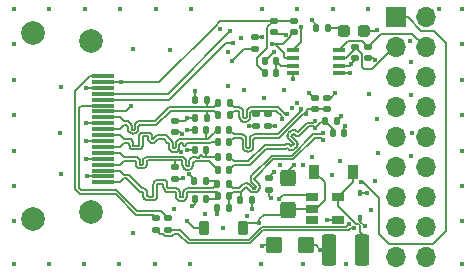
<source format=gbr>
G04 #@! TF.GenerationSoftware,KiCad,Pcbnew,7.0.6+dfsg-1*
G04 #@! TF.CreationDate,2023-08-23T13:02:17+02:00*
G04 #@! TF.ProjectId,GPDI_ULX3S,47504449-5f55-44c5-9833-532e6b696361,1.6*
G04 #@! TF.SameCoordinates,Original*
G04 #@! TF.FileFunction,Copper,L1,Top*
G04 #@! TF.FilePolarity,Positive*
%FSLAX46Y46*%
G04 Gerber Fmt 4.6, Leading zero omitted, Abs format (unit mm)*
G04 Created by KiCad (PCBNEW 7.0.6+dfsg-1) date 2023-08-23 13:02:17*
%MOMM*%
%LPD*%
G01*
G04 APERTURE LIST*
G04 Aperture macros list*
%AMRoundRect*
0 Rectangle with rounded corners*
0 $1 Rounding radius*
0 $2 $3 $4 $5 $6 $7 $8 $9 X,Y pos of 4 corners*
0 Add a 4 corners polygon primitive as box body*
4,1,4,$2,$3,$4,$5,$6,$7,$8,$9,$2,$3,0*
0 Add four circle primitives for the rounded corners*
1,1,$1+$1,$2,$3*
1,1,$1+$1,$4,$5*
1,1,$1+$1,$6,$7*
1,1,$1+$1,$8,$9*
0 Add four rect primitives between the rounded corners*
20,1,$1+$1,$2,$3,$4,$5,0*
20,1,$1+$1,$4,$5,$6,$7,0*
20,1,$1+$1,$6,$7,$8,$9,0*
20,1,$1+$1,$8,$9,$2,$3,0*%
G04 Aperture macros list end*
G04 #@! TA.AperFunction,SMDPad,CuDef*
%ADD10R,1.100000X0.450000*%
G04 #@! TD*
G04 #@! TA.AperFunction,SMDPad,CuDef*
%ADD11RoundRect,0.225000X-0.225000X-0.375000X0.225000X-0.375000X0.225000X0.375000X-0.225000X0.375000X0*%
G04 #@! TD*
G04 #@! TA.AperFunction,SMDPad,CuDef*
%ADD12RoundRect,0.249999X0.450001X0.425001X-0.450001X0.425001X-0.450001X-0.425001X0.450001X-0.425001X0*%
G04 #@! TD*
G04 #@! TA.AperFunction,SMDPad,CuDef*
%ADD13RoundRect,0.249999X0.425001X-0.450001X0.425001X0.450001X-0.425001X0.450001X-0.425001X-0.450001X0*%
G04 #@! TD*
G04 #@! TA.AperFunction,SMDPad,CuDef*
%ADD14R,0.900000X1.200000*%
G04 #@! TD*
G04 #@! TA.AperFunction,ComponentPad*
%ADD15R,1.700000X1.700000*%
G04 #@! TD*
G04 #@! TA.AperFunction,ComponentPad*
%ADD16O,1.700000X1.700000*%
G04 #@! TD*
G04 #@! TA.AperFunction,SMDPad,CuDef*
%ADD17RoundRect,0.147500X0.147500X0.172500X-0.147500X0.172500X-0.147500X-0.172500X0.147500X-0.172500X0*%
G04 #@! TD*
G04 #@! TA.AperFunction,SMDPad,CuDef*
%ADD18RoundRect,0.147500X0.172500X-0.147500X0.172500X0.147500X-0.172500X0.147500X-0.172500X-0.147500X0*%
G04 #@! TD*
G04 #@! TA.AperFunction,SMDPad,CuDef*
%ADD19R,0.450000X0.600000*%
G04 #@! TD*
G04 #@! TA.AperFunction,SMDPad,CuDef*
%ADD20RoundRect,0.250000X-0.375000X-1.075000X0.375000X-1.075000X0.375000X1.075000X-0.375000X1.075000X0*%
G04 #@! TD*
G04 #@! TA.AperFunction,SMDPad,CuDef*
%ADD21RoundRect,0.147500X-0.172500X0.147500X-0.172500X-0.147500X0.172500X-0.147500X0.172500X0.147500X0*%
G04 #@! TD*
G04 #@! TA.AperFunction,SMDPad,CuDef*
%ADD22RoundRect,0.147500X-0.147500X-0.172500X0.147500X-0.172500X0.147500X0.172500X-0.147500X0.172500X0*%
G04 #@! TD*
G04 #@! TA.AperFunction,SMDPad,CuDef*
%ADD23R,1.060000X0.650000*%
G04 #@! TD*
G04 #@! TA.AperFunction,SMDPad,CuDef*
%ADD24RoundRect,0.237500X-0.287500X-0.237500X0.287500X-0.237500X0.287500X0.237500X-0.287500X0.237500X0*%
G04 #@! TD*
G04 #@! TA.AperFunction,ComponentPad*
%ADD25C,2.000000*%
G04 #@! TD*
G04 #@! TA.AperFunction,SMDPad,CuDef*
%ADD26R,1.900000X0.300000*%
G04 #@! TD*
G04 #@! TA.AperFunction,ViaPad*
%ADD27C,0.400000*%
G04 #@! TD*
G04 #@! TA.AperFunction,Conductor*
%ADD28C,0.127000*%
G04 #@! TD*
G04 #@! TA.AperFunction,Conductor*
%ADD29C,0.200000*%
G04 #@! TD*
G04 #@! TA.AperFunction,Conductor*
%ADD30C,0.150000*%
G04 #@! TD*
G04 APERTURE END LIST*
D10*
X135042460Y-72040180D03*
X135042460Y-71390180D03*
X135042460Y-70740180D03*
X135042460Y-70090180D03*
X138942460Y-70090180D03*
X138942460Y-70740180D03*
X138942460Y-71390180D03*
X138942460Y-72040180D03*
D11*
X130812460Y-85145180D03*
X127512460Y-85145180D03*
D12*
X136119960Y-86595180D03*
X133419960Y-86595180D03*
D13*
X134622460Y-83595180D03*
X134622460Y-80895180D03*
D14*
X136875000Y-80375000D03*
X140175000Y-80375000D03*
D15*
X143764000Y-67310000D03*
D16*
X146304000Y-67310000D03*
X143764000Y-69850000D03*
X146304000Y-69850000D03*
X143764000Y-72390000D03*
X146304000Y-72390000D03*
X143764000Y-74930000D03*
X146304000Y-74930000D03*
X143764000Y-77470000D03*
X146304000Y-77470000D03*
X143764000Y-80010000D03*
X146304000Y-80010000D03*
X143764000Y-82550000D03*
X146304000Y-82550000D03*
X143764000Y-85090000D03*
X146304000Y-85090000D03*
X143764000Y-87630000D03*
X146304000Y-87630000D03*
D17*
X129640000Y-82445000D03*
X128670000Y-82445000D03*
X129660000Y-80205000D03*
X128690000Y-80205000D03*
X129660000Y-77895000D03*
X128690000Y-77895000D03*
X129700000Y-75605000D03*
X128730000Y-75605000D03*
D18*
X124502460Y-85300180D03*
X124502460Y-84330180D03*
D17*
X129635000Y-81395000D03*
X128665000Y-81395000D03*
X129655000Y-79125000D03*
X128685000Y-79125000D03*
X129646000Y-76815000D03*
X128676000Y-76815000D03*
X129695000Y-74535000D03*
X128725000Y-74535000D03*
X133627460Y-70985180D03*
X132657460Y-70985180D03*
D19*
X140750000Y-82200000D03*
X140750000Y-84300000D03*
D20*
X138100000Y-87000000D03*
X140900000Y-87000000D03*
D18*
X131825000Y-68990000D03*
X131825000Y-69960000D03*
D17*
X138010000Y-68175000D03*
X137040000Y-68175000D03*
D18*
X141425000Y-70760000D03*
X141425000Y-69790000D03*
X140325000Y-70760000D03*
X140325000Y-69790000D03*
D21*
X135125000Y-67590000D03*
X135125000Y-68560000D03*
D22*
X126727460Y-82695180D03*
X127697460Y-82695180D03*
D21*
X136925760Y-74102200D03*
X136925760Y-75072200D03*
D18*
X137964620Y-75079820D03*
X137964620Y-74109820D03*
D17*
X139376720Y-77106880D03*
X138406720Y-77106880D03*
D22*
X137784420Y-76093420D03*
X138754420Y-76093420D03*
X126760000Y-78505000D03*
X127730000Y-78505000D03*
D21*
X132925260Y-75511900D03*
X132925260Y-76481900D03*
D18*
X133012460Y-81900180D03*
X133012460Y-80930180D03*
D23*
X138850000Y-82550000D03*
X138850000Y-84450000D03*
X136650000Y-84450000D03*
X136650000Y-83500000D03*
X136650000Y-82550000D03*
D22*
X126770000Y-74265000D03*
X127740000Y-74265000D03*
X126770000Y-75855000D03*
X127740000Y-75855000D03*
D18*
X125105000Y-80950000D03*
X125105000Y-79980000D03*
D22*
X126710000Y-81145000D03*
X127680000Y-81145000D03*
X132657460Y-72005180D03*
X133627460Y-72005180D03*
D17*
X131567460Y-82785180D03*
X130597460Y-82785180D03*
X129627460Y-83455180D03*
X128657460Y-83455180D03*
D18*
X131921960Y-76474280D03*
X131921960Y-75504280D03*
D21*
X133425000Y-67590000D03*
X133425000Y-68560000D03*
X123502460Y-84330180D03*
X123502460Y-85300180D03*
D24*
X139350000Y-68475000D03*
X141100000Y-68475000D03*
D22*
X126750000Y-76865000D03*
X127720000Y-76865000D03*
D21*
X125094440Y-76078320D03*
X125094440Y-77048320D03*
D25*
X113069740Y-68670140D03*
X117969740Y-69270140D03*
X117969740Y-83770140D03*
X113069740Y-84370140D03*
D26*
X118969740Y-81270140D03*
X118969740Y-80770140D03*
X118969740Y-80270140D03*
X118969740Y-79770140D03*
X118969740Y-79270140D03*
X118969740Y-78770140D03*
X118969740Y-78270140D03*
X118969740Y-77770140D03*
X118969740Y-77270140D03*
X118969740Y-76770140D03*
X118969740Y-76270140D03*
X118969740Y-75770140D03*
X118969740Y-75270140D03*
X118969740Y-74770140D03*
X118969740Y-74270140D03*
X118969740Y-73770140D03*
X118969740Y-73270140D03*
X118969740Y-72770140D03*
X118969740Y-72270140D03*
D27*
X135052460Y-72525180D03*
X139902460Y-71985180D03*
X115392460Y-80555180D03*
X115362460Y-77085180D03*
X115392460Y-73205180D03*
X141622460Y-83605180D03*
X142022460Y-81135180D03*
X138402460Y-80675180D03*
X124652460Y-70035180D03*
X121522460Y-69955180D03*
X121502460Y-85535180D03*
X124952460Y-83505180D03*
X127582460Y-83985180D03*
X129112460Y-85165180D03*
X131175960Y-84135180D03*
X136642460Y-79115180D03*
X139032460Y-79505180D03*
X142262460Y-78825180D03*
X142142460Y-75925180D03*
X141532460Y-73755180D03*
X129582460Y-73125180D03*
X129532460Y-70275180D03*
X130672460Y-69025180D03*
X128842460Y-68255180D03*
X149342460Y-84585180D03*
X149342460Y-81585180D03*
X149342460Y-75585180D03*
X149342460Y-78585180D03*
X149342460Y-72585180D03*
X149342460Y-69585180D03*
X111412460Y-88205180D03*
X111422460Y-84585180D03*
X111422460Y-81585180D03*
X111422460Y-78585180D03*
X111422460Y-75585180D03*
X111422460Y-72585180D03*
X111422460Y-69585180D03*
X149382460Y-88145180D03*
X139532460Y-88185180D03*
X135872460Y-88185180D03*
X132362460Y-88205180D03*
X126362460Y-88205180D03*
X123362460Y-88205180D03*
X120362460Y-88205180D03*
X117362460Y-88205180D03*
X114362460Y-88205180D03*
X149372460Y-66585180D03*
X147422460Y-66585180D03*
X141422460Y-66585180D03*
X138422460Y-66585180D03*
X135422460Y-66585180D03*
X132422460Y-66585180D03*
X126422460Y-66585180D03*
X123422460Y-66585180D03*
X120422460Y-66585180D03*
X117422460Y-66585180D03*
X114422460Y-66585180D03*
X111422460Y-66585180D03*
X144982460Y-69315180D03*
X145022460Y-71085180D03*
X145072460Y-73875180D03*
X145082460Y-79055180D03*
X145102460Y-77075180D03*
X135412460Y-74545180D03*
X134942460Y-74995180D03*
X131602460Y-83495180D03*
X126508960Y-83305180D03*
X126082460Y-84585180D03*
X120522460Y-72770140D03*
X128642460Y-83995180D03*
X132412460Y-86655180D03*
X132212460Y-84675000D03*
X135103240Y-79802960D03*
X135883020Y-79828360D03*
X133452460Y-80405180D03*
X133942460Y-79785180D03*
X130913580Y-73444200D03*
X132569660Y-74119840D03*
X134281620Y-73416260D03*
X117563340Y-73258780D03*
X138652460Y-73705180D03*
X137974780Y-84437320D03*
X139112460Y-75635180D03*
X117578580Y-80767020D03*
X136652460Y-67555180D03*
X117560800Y-76263600D03*
X117568420Y-79263340D03*
X117563340Y-77749500D03*
X141134523Y-84984523D03*
X133565340Y-76482040D03*
X133440000Y-70204818D03*
X136442460Y-73685180D03*
X126095000Y-78535000D03*
X126105000Y-76865000D03*
X131353140Y-76474280D03*
X126786563Y-73556563D03*
X137356020Y-86975009D03*
X139427700Y-76540420D03*
X125775000Y-80935000D03*
X126105000Y-75855000D03*
X126268918Y-80578515D03*
X139965840Y-71291550D03*
X141973438Y-70936158D03*
X137625000Y-77671000D03*
X136925000Y-76671000D03*
X136134304Y-75484304D03*
X134115696Y-75884304D03*
X139788340Y-84772600D03*
X137625000Y-77079000D03*
X136925000Y-76079000D03*
X135715696Y-75065696D03*
X134534304Y-75465696D03*
X140189167Y-85135249D03*
X141325000Y-82175000D03*
X140845000Y-81284490D03*
X142152460Y-68415180D03*
X133907610Y-82646842D03*
X133162460Y-82595180D03*
X130002460Y-69465180D03*
X133304500Y-69545180D03*
X134432460Y-68765180D03*
X135775140Y-68125440D03*
X129742460Y-68475180D03*
X132411890Y-68965272D03*
X125579580Y-78671520D03*
X125645620Y-77162760D03*
X129872460Y-71015180D03*
X121347940Y-74815800D03*
D28*
X137040000Y-68175000D02*
X137040000Y-67942720D01*
X137040000Y-67942720D02*
X136652460Y-67555180D01*
D29*
X132027460Y-70720180D02*
X132027460Y-71375180D01*
X132027460Y-71375180D02*
X132657460Y-72005180D01*
D30*
X133627460Y-72005180D02*
X133627460Y-70985180D01*
D29*
X132878000Y-68137000D02*
X132878000Y-69869640D01*
X133425000Y-67590000D02*
X132878000Y-68137000D01*
X132878000Y-69869640D02*
X132027460Y-70720180D01*
D30*
X135042460Y-72515180D02*
X135052460Y-72525180D01*
X135042460Y-72040180D02*
X135042460Y-72515180D01*
X138942460Y-70090180D02*
X139739640Y-69293000D01*
X139739640Y-69293000D02*
X140928000Y-69293000D01*
X140928000Y-69293000D02*
X141425000Y-69790000D01*
X138942460Y-70740180D02*
X139530552Y-70740180D01*
X139530552Y-70740180D02*
X140325000Y-69945732D01*
X140325000Y-69945732D02*
X140325000Y-69790000D01*
X138942460Y-71390180D02*
X139867210Y-71390180D01*
X139867210Y-71390180D02*
X139965840Y-71291550D01*
X139847460Y-72040180D02*
X139902460Y-71985180D01*
X138942460Y-72040180D02*
X139847460Y-72040180D01*
D28*
X133627460Y-70985180D02*
X134032460Y-71390180D01*
X134032460Y-71390180D02*
X135042460Y-71390180D01*
D30*
X135042460Y-70090180D02*
X135775140Y-69357500D01*
X135775140Y-69357500D02*
X135775140Y-68125440D01*
D28*
X133304500Y-69545180D02*
X133552460Y-69545180D01*
X133552460Y-69545180D02*
X134301960Y-70294680D01*
X134301960Y-70294680D02*
X134301960Y-70676680D01*
X134301960Y-70676680D02*
X134365460Y-70740180D01*
X134365460Y-70740180D02*
X135042460Y-70740180D01*
X135125000Y-68560000D02*
X134822960Y-68862040D01*
X134822960Y-68862040D02*
X134822960Y-68926931D01*
X134822960Y-68926931D02*
X134204711Y-69545180D01*
X134204711Y-69545180D02*
X133304500Y-69545180D01*
X133437822Y-70204818D02*
X133440000Y-70204818D01*
X132657460Y-70985180D02*
X133437822Y-70204818D01*
X123502460Y-85300180D02*
X123821460Y-85619180D01*
X131411670Y-86445180D02*
X132531670Y-85325180D01*
X123821460Y-85619180D02*
X124023456Y-85619180D01*
X124023456Y-85619180D02*
X124189956Y-85785680D01*
X139977942Y-85135249D02*
X140189167Y-85135249D01*
X124189956Y-85785680D02*
X124814964Y-85785680D01*
X124814964Y-85785680D02*
X124981464Y-85619180D01*
X132531670Y-85325180D02*
X139788011Y-85325180D01*
X124981464Y-85619180D02*
X125350892Y-85619180D01*
X125350892Y-85619180D02*
X126176892Y-86445180D01*
X126176892Y-86445180D02*
X131411670Y-86445180D01*
X139788011Y-85325180D02*
X139977942Y-85135249D01*
X124502460Y-85300180D02*
X125483028Y-85300180D01*
X125483028Y-85300180D02*
X126338028Y-86155180D01*
X131342460Y-86155180D02*
X132467160Y-85030480D01*
X126338028Y-86155180D02*
X131342460Y-86155180D01*
X132467160Y-85030480D02*
X139530460Y-85030480D01*
X139530460Y-85030480D02*
X139788340Y-84772600D01*
D29*
X132212460Y-84675000D02*
X132212460Y-84375180D01*
X132212460Y-84375180D02*
X132572460Y-84015180D01*
X132572460Y-84015180D02*
X134202460Y-84015180D01*
X134202460Y-84015180D02*
X134622460Y-83595180D01*
X133162460Y-82595180D02*
X133012460Y-82445180D01*
X133012460Y-82445180D02*
X133012460Y-81900180D01*
X126508960Y-83305180D02*
X126727460Y-83086680D01*
X126727460Y-83086680D02*
X126727460Y-82695180D01*
D28*
X131353140Y-76474280D02*
X131921960Y-76474280D01*
D29*
X133452460Y-80405180D02*
X133012460Y-80845180D01*
X133012460Y-80845180D02*
X133012460Y-80930180D01*
D28*
X142152460Y-68415180D02*
X142092640Y-68475000D01*
X142092640Y-68475000D02*
X141100000Y-68475000D01*
X134432460Y-68765180D02*
X134412460Y-68745180D01*
X134412460Y-68745180D02*
X133610180Y-68745180D01*
X133610180Y-68745180D02*
X133425000Y-68560000D01*
X143764000Y-69850000D02*
X143611140Y-69850000D01*
X140913560Y-71541502D02*
X140913560Y-71048440D01*
X143611140Y-69850000D02*
X141745960Y-71715180D01*
X141745960Y-71715180D02*
X141087238Y-71715180D01*
X141087238Y-71715180D02*
X140913560Y-71541502D01*
X140913560Y-71048440D02*
X140914490Y-71047510D01*
X140914490Y-71047510D02*
X140914490Y-70379490D01*
X140914490Y-70379490D02*
X140325000Y-69790000D01*
X141425000Y-70760000D02*
X141797280Y-70760000D01*
X141797280Y-70760000D02*
X141973438Y-70936158D01*
X140325000Y-70760000D02*
X140325000Y-70932390D01*
X140325000Y-70932390D02*
X139965840Y-71291550D01*
X136442460Y-73685180D02*
X136859480Y-74102200D01*
X136859480Y-74102200D02*
X136925760Y-74102200D01*
X139427700Y-76540420D02*
X139376720Y-76591400D01*
X139376720Y-76591400D02*
X139376720Y-77106880D01*
X139112460Y-75635180D02*
X139112460Y-75735380D01*
X139112460Y-75735380D02*
X138754420Y-76093420D01*
X138652460Y-73705180D02*
X138247820Y-74109820D01*
X138247820Y-74109820D02*
X137964620Y-74109820D01*
X143764000Y-67310000D02*
X144764058Y-67310000D01*
X144764058Y-67310000D02*
X145889378Y-68435320D01*
X143204640Y-86487100D02*
X142332460Y-85614920D01*
X145889378Y-68435320D02*
X146959827Y-68435320D01*
X141012432Y-81284490D02*
X140845000Y-81284490D01*
X146959827Y-68435320D02*
X147998193Y-69473686D01*
X147998193Y-69473686D02*
X147998193Y-85394747D01*
X147998193Y-85394747D02*
X146905840Y-86487100D01*
X142332460Y-85614920D02*
X142332460Y-82604518D01*
X146905840Y-86487100D02*
X143204640Y-86487100D01*
X142332460Y-82604518D02*
X141012432Y-81284490D01*
X133907610Y-82646842D02*
X134199272Y-82355180D01*
X134199272Y-82355180D02*
X136455180Y-82355180D01*
X136455180Y-82355180D02*
X136650000Y-82550000D01*
D29*
X133425000Y-67590000D02*
X128903770Y-67590000D01*
X128903770Y-67590000D02*
X128415460Y-68078310D01*
X128415460Y-68078310D02*
X128415460Y-68092180D01*
X128415460Y-68092180D02*
X123737500Y-72770140D01*
X123737500Y-72770140D02*
X120522460Y-72770140D01*
D28*
X129872460Y-71015180D02*
X130927640Y-69960000D01*
X130927640Y-69960000D02*
X131825000Y-69960000D01*
X130002460Y-69465180D02*
X129362460Y-69465180D01*
X129362460Y-69465180D02*
X124568640Y-74259000D01*
X124568640Y-74259000D02*
X118980880Y-74259000D01*
X118980880Y-74259000D02*
X118969740Y-74270140D01*
X129742460Y-68475180D02*
X124458640Y-73759000D01*
X124458640Y-73759000D02*
X122517000Y-73759000D01*
X122517000Y-73759000D02*
X122505860Y-73770140D01*
X122505860Y-73770140D02*
X118969740Y-73770140D01*
X126268918Y-80578515D02*
X126710000Y-81019597D01*
X126710000Y-81019597D02*
X126710000Y-81145000D01*
X130643568Y-82082000D02*
X130643568Y-82739072D01*
X130643568Y-82739072D02*
X130597460Y-82785180D01*
D29*
X129627460Y-83455180D02*
X129627460Y-82457540D01*
X129627460Y-82457540D02*
X129640000Y-82445000D01*
X134622460Y-80895180D02*
X134622460Y-80283740D01*
X134622460Y-80283740D02*
X135103240Y-79802960D01*
X131567460Y-83460180D02*
X131602460Y-83495180D01*
X131567460Y-82785180D02*
X131567460Y-83460180D01*
X126642460Y-85145180D02*
X126082460Y-84585180D01*
X127512460Y-85145180D02*
X126642460Y-85145180D01*
X120522460Y-72770140D02*
X118969740Y-72770140D01*
X135125000Y-67590000D02*
X133425000Y-67590000D01*
X128657460Y-83980180D02*
X128642460Y-83995180D01*
X128657460Y-83455180D02*
X128657460Y-83980180D01*
X132472460Y-86595180D02*
X132412460Y-86655180D01*
X133419960Y-86595180D02*
X132472460Y-86595180D01*
X136119960Y-86595180D02*
X136976191Y-86595180D01*
X136976191Y-86595180D02*
X137356020Y-86975009D01*
X131282640Y-84675000D02*
X132212460Y-84675000D01*
X136650000Y-83500000D02*
X137009000Y-83500000D01*
X137009000Y-83500000D02*
X137762460Y-82746540D01*
X137762460Y-82746540D02*
X137762460Y-81262460D01*
X137762460Y-81262460D02*
X136875000Y-80375000D01*
X134622460Y-83595180D02*
X134717640Y-83500000D01*
X134717640Y-83500000D02*
X136650000Y-83500000D01*
X130812460Y-85145180D02*
X131282640Y-84675000D01*
D28*
X117129028Y-81948640D02*
X116904960Y-81724572D01*
X120081000Y-81948640D02*
X117129028Y-81948640D01*
X121835620Y-83703260D02*
X120081000Y-81948640D01*
X116904960Y-81724572D02*
X116904960Y-74958040D01*
X123875540Y-83703260D02*
X121835620Y-83703260D01*
X124502460Y-84330180D02*
X123875540Y-83703260D01*
X116904960Y-74958040D02*
X117092860Y-74770140D01*
X117092860Y-74770140D02*
X118969740Y-74770140D01*
X116996892Y-82267640D02*
X116585960Y-81856708D01*
X123502460Y-84330180D02*
X123167640Y-83995360D01*
X123167640Y-83995360D02*
X121768496Y-83995360D01*
X121768496Y-83995360D02*
X120040776Y-82267640D01*
X116585960Y-81856708D02*
X116585960Y-74993572D01*
X120040776Y-82267640D02*
X116996892Y-82267640D01*
X127697460Y-82695180D02*
X128419820Y-82695180D01*
X128419820Y-82695180D02*
X128670000Y-82445000D01*
X133565200Y-76481900D02*
X133565340Y-76482040D01*
D29*
X117575220Y-79270140D02*
X117568420Y-79263340D01*
X118969740Y-79270140D02*
X117575220Y-79270140D01*
X118969740Y-80770140D02*
X117581700Y-80770140D01*
D28*
X138850000Y-84450000D02*
X137987460Y-84450000D01*
D29*
X117567340Y-76270140D02*
X117560800Y-76263600D01*
X118969740Y-73270140D02*
X117574700Y-73270140D01*
D28*
X137987460Y-84450000D02*
X137974780Y-84437320D01*
D29*
X117583980Y-77770140D02*
X117563340Y-77749500D01*
D28*
X140750000Y-84300000D02*
X140750000Y-84600000D01*
D29*
X118969740Y-76270140D02*
X117567340Y-76270140D01*
D28*
X140750000Y-84600000D02*
X141134523Y-84984523D01*
X132925260Y-76481900D02*
X133565200Y-76481900D01*
D29*
X117574700Y-73270140D02*
X117563340Y-73258780D01*
X118969740Y-77770140D02*
X117583980Y-77770140D01*
X117581700Y-80770140D02*
X117578580Y-80767020D01*
D28*
X126770000Y-75855000D02*
X126105000Y-75855000D01*
X138100000Y-87000000D02*
X137381011Y-87000000D01*
X125094440Y-76078320D02*
X125881680Y-76078320D01*
X126770000Y-74265000D02*
X126770000Y-73573126D01*
X125760000Y-80950000D02*
X125775000Y-80935000D01*
X126750000Y-76865000D02*
X126105000Y-76865000D01*
X125105000Y-80950000D02*
X125760000Y-80950000D01*
X137381011Y-87000000D02*
X137356020Y-86975009D01*
X125881680Y-76078320D02*
X126105000Y-75855000D01*
X126770000Y-73573126D02*
X126786563Y-73556563D01*
X126760000Y-78505000D02*
X126125000Y-78505000D01*
X126125000Y-78505000D02*
X126095000Y-78535000D01*
X131618380Y-82109048D02*
X131712899Y-82130621D01*
X131712899Y-82130621D02*
X131809848Y-82130621D01*
X132229149Y-81614370D02*
X132207575Y-81519851D01*
X131991716Y-82066983D02*
X132067514Y-82006536D01*
X131904367Y-82109048D02*
X131991716Y-82066983D01*
X129640000Y-82445000D02*
X130003000Y-82082000D01*
X131040727Y-81704516D02*
X131071401Y-81697515D01*
X131455233Y-82006536D02*
X131531031Y-82066983D01*
X131803043Y-81035006D02*
X131796042Y-81004332D01*
X135091068Y-79334500D02*
X136891068Y-77534500D01*
X131836311Y-80889255D02*
X133391068Y-79334500D01*
X131809848Y-82130621D02*
X131904367Y-82109048D01*
X131531031Y-82066983D02*
X131618380Y-82109048D01*
X132105063Y-81968986D02*
X132165510Y-81893187D01*
X136891068Y-77534500D02*
X137488500Y-77534500D01*
X130643568Y-82082000D02*
X130987783Y-81737783D01*
X132086289Y-81337929D02*
X131836310Y-81087950D01*
X131836310Y-81087950D02*
X131816694Y-81063352D01*
X132207575Y-81805839D02*
X132229149Y-81711320D01*
X132165510Y-81893187D02*
X132207575Y-81805839D01*
X131071401Y-81697515D02*
X131102863Y-81697515D01*
X131796042Y-81004332D02*
X131796042Y-80972870D01*
X131796042Y-80972870D02*
X131803043Y-80942197D01*
X131816694Y-80913851D02*
X131836310Y-80889253D01*
X130003000Y-82082000D02*
X130643568Y-82082000D01*
X132067514Y-82006536D02*
X132105063Y-81968986D01*
X132229149Y-81711320D02*
X132229149Y-81614370D01*
X131012381Y-81718167D02*
X131040727Y-81704516D01*
X131133536Y-81704516D02*
X131161882Y-81718167D01*
X131161882Y-81718167D02*
X131186480Y-81737783D01*
X130987783Y-81737783D02*
X131012381Y-81718167D01*
X131816694Y-81063352D02*
X131803043Y-81035006D01*
X132207575Y-81519851D02*
X132165510Y-81432502D01*
X132105063Y-81356704D02*
X132086289Y-81337929D01*
X132165510Y-81432502D02*
X132105063Y-81356704D01*
X131102863Y-81697515D02*
X131133536Y-81704516D01*
X131836310Y-80889253D02*
X131836311Y-80889255D01*
X133391068Y-79334500D02*
X135091068Y-79334500D01*
X131186480Y-81737783D02*
X131455233Y-82006536D01*
X131803043Y-80942197D02*
X131816694Y-80913851D01*
X137488500Y-77534500D02*
X137625000Y-77671000D01*
X135543956Y-77339601D02*
X135604477Y-77310455D01*
X135347114Y-77804019D02*
X135121993Y-77578898D01*
X134710291Y-78466859D02*
X134762809Y-78508741D01*
X131398568Y-79827000D02*
X132791068Y-78434500D01*
X135021477Y-78537885D02*
X135081997Y-78508741D01*
X136391068Y-76534500D02*
X136788500Y-76534500D01*
X135478469Y-77354547D02*
X135543956Y-77339601D01*
X130038000Y-79827000D02*
X131398568Y-79827000D01*
X135121993Y-77578898D02*
X135132506Y-77567495D01*
X135132506Y-77567495D02*
X134907386Y-77342375D01*
X134584499Y-78341067D02*
X134710291Y-78466859D01*
X135431148Y-77930065D02*
X135402003Y-77869545D01*
X135411297Y-77354547D02*
X135478469Y-77354547D01*
X135360122Y-78241250D02*
X135402003Y-78188733D01*
X135081997Y-78508741D02*
X135134514Y-78466859D01*
X135345808Y-77339601D02*
X135411297Y-77354547D01*
X135402003Y-77869545D02*
X135360122Y-77817028D01*
X135232770Y-77268575D02*
X135285289Y-77310455D01*
X134762809Y-78508741D02*
X134823329Y-78537885D01*
X135402003Y-78188733D02*
X135431148Y-78128213D01*
X135604477Y-77310455D02*
X135656994Y-77268574D01*
X136925000Y-76671000D02*
X137408360Y-76187640D01*
X129660000Y-80205000D02*
X130038000Y-79827000D01*
X134888817Y-78552833D02*
X134955989Y-78552833D01*
X135360122Y-77817028D02*
X135347114Y-77804019D01*
X137690200Y-76187640D02*
X137784420Y-76093420D01*
X132791068Y-78434500D02*
X134491068Y-78434500D01*
X134955989Y-78552833D02*
X135021477Y-78537885D01*
X135285289Y-77310455D02*
X135345808Y-77339601D01*
X134907386Y-77342375D02*
X135106978Y-77142783D01*
X135446095Y-78062725D02*
X135446095Y-77995553D01*
X137408360Y-76187640D02*
X137690200Y-76187640D01*
X138406720Y-76715720D02*
X137784420Y-76093420D01*
X135446095Y-77995553D02*
X135431148Y-77930065D01*
X138406720Y-77106880D02*
X138406720Y-76715720D01*
X134491068Y-78434500D02*
X134584499Y-78341067D01*
X135431148Y-78128213D02*
X135446095Y-78062725D01*
X136788500Y-76534500D02*
X136925000Y-76671000D01*
X135134514Y-78466859D02*
X135360122Y-78241250D01*
X135656994Y-77268574D02*
X136391068Y-76534500D01*
X135106978Y-77142783D02*
X135232770Y-77268575D01*
X134823329Y-78537885D02*
X134888817Y-78552833D01*
X131712000Y-77662000D02*
X131715522Y-77630735D01*
X131701145Y-78330774D02*
X131712000Y-78234434D01*
X130762347Y-77574399D02*
X130779086Y-77601039D01*
X129660000Y-77895000D02*
X130033500Y-77521500D01*
X131129608Y-78656528D02*
X131225948Y-78667383D01*
X135941264Y-75484304D02*
X136134304Y-75484304D01*
X131715522Y-77630735D02*
X131725913Y-77601039D01*
X131764899Y-77552152D02*
X131791539Y-77535413D01*
X136134304Y-75297376D02*
X136359480Y-75072200D01*
X131725913Y-77601039D02*
X131742652Y-77574399D01*
X131225948Y-78667383D02*
X131279051Y-78667383D01*
X130652500Y-77521500D02*
X130683764Y-77525022D01*
X130793000Y-77662000D02*
X130793000Y-78234434D01*
X131669124Y-78422283D02*
X131701145Y-78330774D01*
X136925760Y-75072200D02*
X137957000Y-75072200D01*
X130956009Y-78572927D02*
X131038099Y-78624507D01*
X131466900Y-78624507D02*
X131548990Y-78572927D01*
X136359480Y-75072200D02*
X136925760Y-75072200D01*
X131742652Y-77574399D02*
X131764899Y-77552152D01*
X130713460Y-77535413D02*
X130740100Y-77552152D01*
X130683764Y-77525022D02*
X130713460Y-77535413D01*
X136134304Y-75484304D02*
X136134304Y-75297376D01*
X130779086Y-77601039D02*
X130789477Y-77630735D01*
X131375391Y-78656528D02*
X131466900Y-78624507D01*
X131712000Y-78234434D02*
X131712000Y-77662000D01*
X131548990Y-78572927D02*
X131617544Y-78504373D01*
X130793000Y-78234434D02*
X130803854Y-78330774D01*
X130887455Y-78504373D02*
X130956009Y-78572927D01*
X131617544Y-78504373D02*
X131669124Y-78422283D01*
X131791539Y-77535413D02*
X131821235Y-77525022D01*
X131279051Y-78667383D02*
X131375391Y-78656528D01*
X131821235Y-77525022D02*
X131852500Y-77521500D01*
X130033500Y-77521500D02*
X130652500Y-77521500D01*
X137957000Y-75072200D02*
X137964620Y-75079820D01*
X130803854Y-78330774D02*
X130835875Y-78422283D01*
X130835875Y-78422283D02*
X130887455Y-78504373D01*
X130740100Y-77552152D02*
X130762347Y-77574399D01*
X131038099Y-78624507D02*
X131129608Y-78656528D01*
X131852500Y-77521500D02*
X133904068Y-77521500D01*
X133904068Y-77521500D02*
X135941264Y-75484304D01*
X130789477Y-77630735D02*
X130793000Y-77662000D01*
X131109891Y-76128159D02*
X131201400Y-76096138D01*
X131450022Y-75341235D02*
X131460413Y-75311539D01*
X131352044Y-75976004D02*
X131403624Y-75893914D01*
X130447960Y-75245913D02*
X130474600Y-75262652D01*
X131446500Y-75372500D02*
X131450022Y-75341235D01*
X130523977Y-75341235D02*
X130527500Y-75372500D01*
X131921960Y-75504280D02*
X131921960Y-75255220D01*
X131201400Y-76096138D02*
X131283490Y-76044558D01*
X131555735Y-75235522D02*
X131587000Y-75232000D01*
X129700000Y-75605000D02*
X130073000Y-75232000D01*
X130418264Y-75235522D02*
X130447960Y-75245913D01*
X131477152Y-75284899D02*
X131499399Y-75262652D01*
X131403624Y-75893914D02*
X131435645Y-75802405D01*
X131945180Y-75232000D02*
X132925620Y-75232000D01*
X130960448Y-76139014D02*
X131013551Y-76139014D01*
X130621955Y-75976004D02*
X130690509Y-76044558D01*
X131446500Y-75706065D02*
X131446500Y-75372500D01*
X131526039Y-75245913D02*
X131555735Y-75235522D01*
X132925260Y-75511900D02*
X132925260Y-75232360D01*
X131587000Y-75232000D02*
X131945180Y-75232000D01*
X131283490Y-76044558D02*
X131352044Y-75976004D01*
X130513586Y-75311539D02*
X130523977Y-75341235D01*
X130570375Y-75893914D02*
X130621955Y-75976004D01*
X132925260Y-75232360D02*
X132925620Y-75232000D01*
X130690509Y-76044558D02*
X130772599Y-76096138D01*
X131013551Y-76139014D02*
X131109891Y-76128159D01*
X130527500Y-75706065D02*
X130538354Y-75802405D01*
X130073000Y-75232000D02*
X130387000Y-75232000D01*
X130474600Y-75262652D02*
X130496847Y-75284899D01*
X130496847Y-75284899D02*
X130513586Y-75311539D01*
X131921960Y-75255220D02*
X131945180Y-75232000D01*
X130387000Y-75232000D02*
X130418264Y-75235522D01*
X131435645Y-75802405D02*
X131446500Y-75706065D01*
X130527500Y-75372500D02*
X130527500Y-75706065D01*
X130538354Y-75802405D02*
X130570375Y-75893914D01*
X130772599Y-76096138D02*
X130864108Y-76128159D01*
X132925620Y-75232000D02*
X133656432Y-75232000D01*
X131460413Y-75311539D02*
X131477152Y-75284899D01*
X133656432Y-75232000D02*
X134115696Y-75691264D01*
X131499399Y-75262652D02*
X131526039Y-75245913D01*
X134115696Y-75691264D02*
X134115696Y-75884304D01*
X130864108Y-76128159D02*
X130960448Y-76139014D01*
X131714969Y-81795461D02*
X131745643Y-81802462D01*
X131230125Y-81390929D02*
X131317474Y-81432994D01*
X131317474Y-81432994D02*
X131393272Y-81493441D01*
X131777105Y-81802462D02*
X131807778Y-81795461D01*
X134958932Y-79015500D02*
X136758932Y-77215500D01*
X130856789Y-81432994D02*
X130944138Y-81390929D01*
X131531521Y-81218944D02*
X131489456Y-81131595D01*
X131135606Y-81369356D02*
X131230125Y-81390929D01*
X131880338Y-81588094D02*
X131860722Y-81563496D01*
X137488500Y-77215500D02*
X137625000Y-77079000D01*
X131662025Y-81762194D02*
X131686623Y-81781810D01*
X136758932Y-77215500D02*
X137488500Y-77215500D01*
X131900990Y-81647114D02*
X131893989Y-81616441D01*
X131467883Y-80940127D02*
X131489456Y-80845608D01*
X131893989Y-81616441D02*
X131880338Y-81588094D01*
X131591968Y-80682461D02*
X131610743Y-80663686D01*
X131686623Y-81781810D02*
X131714969Y-81795461D01*
X131610743Y-80663686D02*
X131610744Y-80663688D01*
X131393272Y-81493441D02*
X131662025Y-81762194D01*
X130511432Y-81763000D02*
X130780991Y-81493441D01*
X130944138Y-81390929D02*
X131038657Y-81369356D01*
X129635000Y-81395000D02*
X130003000Y-81763000D01*
X131880338Y-81737596D02*
X131893989Y-81709249D01*
X131900990Y-81678576D02*
X131900990Y-81647114D01*
X131893989Y-81709249D02*
X131900990Y-81678576D01*
X131467883Y-81037076D02*
X131467883Y-80940127D01*
X131610744Y-80663688D02*
X133258932Y-79015500D01*
X131489456Y-81131595D02*
X131467883Y-81037076D01*
X131591968Y-81294742D02*
X131531521Y-81218944D01*
X131860722Y-81563496D02*
X131591968Y-81294742D01*
X131038657Y-81369356D02*
X131135606Y-81369356D01*
X131860722Y-81762194D02*
X131880338Y-81737596D01*
X133258932Y-79015500D02*
X134958932Y-79015500D01*
X131836124Y-81781810D02*
X131860722Y-81762194D01*
X131745643Y-81802462D02*
X131777105Y-81802462D01*
X131807778Y-81795461D02*
X131836124Y-81781810D01*
X131489456Y-80845608D02*
X131531521Y-80758259D01*
X131531521Y-80758259D02*
X131591968Y-80682461D01*
X130003000Y-81763000D02*
X130511432Y-81763000D01*
X130780991Y-81493441D02*
X130856789Y-81432994D01*
X134668813Y-77554932D02*
X134626931Y-77502415D01*
X134617637Y-78016519D02*
X134683125Y-78031466D01*
X134683125Y-78031466D02*
X134743645Y-78060611D01*
X135121547Y-78028692D02*
X134896427Y-77803571D01*
X134484977Y-78031466D02*
X134550465Y-78016519D01*
X134743645Y-78060611D02*
X134796163Y-78102492D01*
X134597785Y-77243748D02*
X134626931Y-77183227D01*
X135007458Y-76834076D02*
X135072945Y-76819130D01*
X134371940Y-78102492D02*
X134424457Y-78060611D01*
X131266432Y-79508000D02*
X132658932Y-78115500D01*
X134582839Y-77309234D02*
X134597785Y-77243748D01*
X134626931Y-77502415D02*
X134597787Y-77441894D01*
X134796163Y-78102492D02*
X134921955Y-78228284D01*
X134668812Y-77130710D02*
X134894420Y-76905103D01*
X134582839Y-77376406D02*
X134582839Y-77309234D01*
X130038000Y-79508000D02*
X131266432Y-79508000D01*
X135072945Y-76819130D02*
X135140117Y-76819130D01*
X135331652Y-76918110D02*
X135444437Y-77030895D01*
X136788500Y-76215500D02*
X136925000Y-76079000D01*
X136258932Y-76215500D02*
X136788500Y-76215500D01*
X134921955Y-78228284D02*
X135121547Y-78028692D01*
X134906941Y-77793060D02*
X134668813Y-77554932D01*
X135444437Y-77030895D02*
X136258932Y-76215500D01*
X134894420Y-76905103D02*
X134946937Y-76863222D01*
X134626931Y-77183227D02*
X134668812Y-77130710D01*
X134896427Y-77803571D02*
X134906941Y-77793060D01*
X134424457Y-78060611D02*
X134484977Y-78031466D01*
X134550465Y-78016519D02*
X134617637Y-78016519D01*
X134358932Y-78115500D02*
X134371940Y-78102492D01*
X135140117Y-76819130D02*
X135205606Y-76834076D01*
X134597787Y-77441894D02*
X134582839Y-77376406D01*
X129655000Y-79125000D02*
X130038000Y-79508000D01*
X134946937Y-76863222D02*
X135007458Y-76834076D01*
X135318642Y-76905103D02*
X135331652Y-76918110D01*
X135266125Y-76863222D02*
X135318642Y-76905103D01*
X135205606Y-76834076D02*
X135266125Y-76863222D01*
X132658932Y-78115500D02*
X134358932Y-78115500D01*
X131389477Y-78239147D02*
X131393000Y-78207883D01*
X130775391Y-77213354D02*
X130866900Y-77245375D01*
X131393000Y-78207883D02*
X131393000Y-77635448D01*
X131112000Y-78207883D02*
X131115522Y-78239147D01*
X131556009Y-77296955D02*
X131638099Y-77245375D01*
X131115522Y-78239147D02*
X131125913Y-78268843D01*
X131638099Y-77245375D02*
X131729608Y-77213354D01*
X133771932Y-77202500D02*
X135715696Y-75258736D01*
X130948990Y-77296955D02*
X131017544Y-77365509D01*
X131403854Y-77539108D02*
X131435875Y-77447599D01*
X131340100Y-78317730D02*
X131362347Y-78295483D01*
X130033500Y-77202500D02*
X130679051Y-77202500D01*
X131487455Y-77365509D02*
X131556009Y-77296955D01*
X131393000Y-77635448D02*
X131403854Y-77539108D01*
X131221235Y-78344860D02*
X131252500Y-78348383D01*
X131362347Y-78295483D02*
X131379086Y-78268843D01*
X131017544Y-77365509D02*
X131069124Y-77447599D01*
X131435875Y-77447599D02*
X131487455Y-77365509D01*
X131252500Y-78348383D02*
X131283764Y-78344860D01*
X131313460Y-78334469D02*
X131340100Y-78317730D01*
X131069124Y-77447599D02*
X131101145Y-77539108D01*
X131112000Y-77635448D02*
X131112000Y-78207883D01*
X135715696Y-75258736D02*
X135715696Y-75065696D01*
X130866900Y-77245375D02*
X130948990Y-77296955D01*
X131729608Y-77213354D02*
X131825948Y-77202500D01*
X131825948Y-77202500D02*
X133771932Y-77202500D01*
X131191539Y-78334469D02*
X131221235Y-78344860D01*
X131142652Y-78295483D02*
X131164899Y-78317730D01*
X131125913Y-78268843D02*
X131142652Y-78295483D01*
X131164899Y-78317730D02*
X131191539Y-78334469D01*
X131379086Y-78268843D02*
X131389477Y-78239147D01*
X131283764Y-78344860D02*
X131313460Y-78334469D01*
X131101145Y-77539108D02*
X131112000Y-77635448D01*
X130679051Y-77202500D02*
X130775391Y-77213354D01*
X129646000Y-76815000D02*
X130033500Y-77202500D01*
X131113586Y-75740474D02*
X131123977Y-75710778D01*
X133788568Y-74913000D02*
X134341264Y-75465696D01*
X131018264Y-75816491D02*
X131047960Y-75806100D01*
X131123977Y-75710778D02*
X131127500Y-75679514D01*
X131221955Y-75076009D02*
X131290509Y-75007455D01*
X130846500Y-75345948D02*
X130846500Y-75679514D01*
X131170375Y-75158099D02*
X131221955Y-75076009D01*
X131127500Y-75345948D02*
X131138354Y-75249608D01*
X131047960Y-75806100D02*
X131074600Y-75789361D01*
X130835645Y-75249608D02*
X130846500Y-75345948D01*
X131464108Y-74923854D02*
X131560448Y-74913000D01*
X131290509Y-75007455D02*
X131372599Y-74955875D01*
X130803624Y-75158099D02*
X130835645Y-75249608D01*
X131127500Y-75679514D02*
X131127500Y-75345948D01*
X130846500Y-75679514D02*
X130850022Y-75710778D01*
X130877152Y-75767114D02*
X130899399Y-75789361D01*
X130509891Y-74923854D02*
X130601400Y-74955875D01*
X131074600Y-75789361D02*
X131096847Y-75767114D01*
X129695000Y-74535000D02*
X130073000Y-74913000D01*
X134341264Y-75465696D02*
X134534304Y-75465696D01*
X131096847Y-75767114D02*
X131113586Y-75740474D01*
X130073000Y-74913000D02*
X130413551Y-74913000D01*
X130413551Y-74913000D02*
X130509891Y-74923854D01*
X130899399Y-75789361D02*
X130926039Y-75806100D01*
X130850022Y-75710778D02*
X130860413Y-75740474D01*
X131560448Y-74913000D02*
X133788568Y-74913000D01*
X131372599Y-74955875D02*
X131464108Y-74923854D01*
X130683490Y-75007455D02*
X130752044Y-75076009D01*
X130926039Y-75806100D02*
X130955735Y-75816491D01*
X130987000Y-75820014D02*
X131018264Y-75816491D01*
X130752044Y-75076009D02*
X130803624Y-75158099D01*
X130601400Y-74955875D02*
X130683490Y-75007455D01*
X131138354Y-75249608D02*
X131170375Y-75158099D01*
X130955735Y-75816491D02*
X130987000Y-75820014D01*
X130860413Y-75740474D02*
X130877152Y-75767114D01*
X141300000Y-82200000D02*
X141325000Y-82175000D01*
X140750000Y-82200000D02*
X141300000Y-82200000D01*
X140900000Y-85675000D02*
X140900000Y-87000000D01*
X140372599Y-84790501D02*
X140581277Y-84790501D01*
X140581277Y-84790501D02*
X140709702Y-84918926D01*
X140709702Y-85484702D02*
X140900000Y-85675000D01*
X138850000Y-83267902D02*
X140372599Y-84790501D01*
X140709702Y-84918926D02*
X140709702Y-85484702D01*
X140175000Y-81225000D02*
X138850000Y-82550000D01*
X140175000Y-80375000D02*
X140175000Y-81225000D01*
X138850000Y-82550000D02*
X138850000Y-83267902D01*
X143299000Y-67775000D02*
X143764000Y-67310000D01*
X131825000Y-68990000D02*
X132387162Y-68990000D01*
X132387162Y-68990000D02*
X132411890Y-68965272D01*
X143375490Y-70238510D02*
X143764000Y-69850000D01*
X142497740Y-68717260D02*
X145171260Y-68717260D01*
X145171260Y-68717260D02*
X146304000Y-69850000D01*
X141425000Y-69790000D02*
X142497740Y-68717260D01*
X126067500Y-82428701D02*
X126067500Y-82219500D01*
X123574595Y-81924555D02*
X123574595Y-81483617D01*
X122432011Y-82571232D02*
X122481508Y-82650006D01*
X125239366Y-82699815D02*
X125308219Y-82768668D01*
X124088781Y-81459624D02*
X124091485Y-81483617D01*
X122401284Y-82483420D02*
X122432011Y-82571232D01*
X125308219Y-82768668D02*
X125390666Y-82820472D01*
X125972633Y-82699815D02*
X126024437Y-82617368D01*
X122095451Y-82091111D02*
X122283040Y-82091110D01*
X122283040Y-82091110D02*
X122307033Y-82093813D01*
X123417553Y-82715790D02*
X123483337Y-82650006D01*
X124326683Y-82049967D02*
X124414495Y-82080694D01*
X125090847Y-82108089D02*
X125113410Y-82130652D01*
X128670000Y-82125000D02*
X128670000Y-82445000D01*
X123635638Y-81386468D02*
X123658429Y-81378493D01*
X126121152Y-82108089D02*
X126148171Y-82091111D01*
X125390666Y-82820472D02*
X125482573Y-82852632D01*
X125140927Y-82187790D02*
X125144500Y-82219500D01*
X124414495Y-82080694D02*
X124506944Y-82091110D01*
X122390868Y-82198938D02*
X122390868Y-82390971D01*
X123598119Y-81416388D02*
X123615193Y-81399314D01*
X123577298Y-81459624D02*
X123585273Y-81436833D01*
X125482573Y-82852632D02*
X125579333Y-82863535D01*
X124247909Y-82000470D02*
X124326683Y-82049967D01*
X123563561Y-82483420D02*
X123573978Y-82390971D01*
X122713878Y-82796014D02*
X122806327Y-82806431D01*
X123574595Y-81483617D02*
X123577298Y-81459624D01*
X123983657Y-81375789D02*
X124007650Y-81378493D01*
X120394741Y-81270140D02*
X120735241Y-80929640D01*
X125903780Y-82768668D02*
X125972633Y-82699815D01*
X122626066Y-82765287D02*
X122713878Y-82796014D01*
X126081611Y-82157671D02*
X126098589Y-82130652D01*
X124030441Y-81386468D02*
X124050886Y-81399314D01*
X123338779Y-82765287D02*
X123417553Y-82715790D01*
X126071072Y-82187790D02*
X126081611Y-82157671D01*
X120933400Y-80929060D02*
X122095451Y-82091111D01*
X122806327Y-82806431D02*
X123158518Y-82806431D01*
X122350269Y-82114634D02*
X122367343Y-82131708D01*
X124080806Y-81436833D02*
X124088781Y-81459624D01*
X126056597Y-82525461D02*
X126067500Y-82428701D01*
X126148171Y-82091111D02*
X128636111Y-82091111D01*
X123483337Y-82650006D02*
X123532834Y-82571232D01*
X122390868Y-82390971D02*
X122401284Y-82483420D01*
X123658429Y-81378493D02*
X123682423Y-81375789D01*
X124007650Y-81378493D02*
X124030441Y-81386468D01*
X122380189Y-82152153D02*
X122388164Y-82174944D01*
X123615193Y-81399314D02*
X123635638Y-81386468D01*
X125113410Y-82130652D02*
X125130388Y-82157671D01*
X122388164Y-82174944D02*
X122390868Y-82198938D01*
X124132628Y-81855912D02*
X124182125Y-81934686D01*
X123585273Y-81436833D02*
X123598119Y-81416388D01*
X124101901Y-81768100D02*
X124132628Y-81855912D01*
X124506944Y-82091110D02*
X125063828Y-82091111D01*
X124050886Y-81399314D02*
X124067960Y-81416388D01*
X125729426Y-82852632D02*
X125821333Y-82820472D01*
X123158518Y-82806431D02*
X123250967Y-82796014D01*
X125155402Y-82525461D02*
X125187562Y-82617368D01*
X122367343Y-82131708D02*
X122380189Y-82152153D01*
X124091485Y-81675651D02*
X124101901Y-81768100D01*
X122329824Y-82101788D02*
X122350269Y-82114634D01*
X122547292Y-82715790D02*
X122626066Y-82765287D01*
X125821333Y-82820472D02*
X125903780Y-82768668D01*
X122307033Y-82093813D02*
X122329824Y-82101788D01*
X125063828Y-82091111D02*
X125090847Y-82108089D01*
X125144500Y-82428701D02*
X125155402Y-82525461D01*
X125130388Y-82157671D02*
X125140927Y-82187790D01*
X124067960Y-81416388D02*
X124080806Y-81436833D01*
X125632666Y-82863535D02*
X125729426Y-82852632D01*
X118969740Y-81270140D02*
X120394741Y-81270140D01*
X120735800Y-80929060D02*
X120933400Y-80929060D01*
X123573978Y-81924555D02*
X123574595Y-81924555D01*
X128636111Y-82091111D02*
X128670000Y-82125000D01*
X125579333Y-82863535D02*
X125632666Y-82863535D01*
X124182125Y-81934686D02*
X124247909Y-82000470D01*
X125187562Y-82617368D02*
X125239366Y-82699815D01*
X123532834Y-82571232D02*
X123563561Y-82483420D01*
X122481508Y-82650006D02*
X122547292Y-82715790D01*
X126024437Y-82617368D02*
X126056597Y-82525461D01*
X123682423Y-81375789D02*
X123983657Y-81375789D01*
X126098589Y-82130652D02*
X126121152Y-82108089D01*
X126067500Y-82219500D02*
X126071072Y-82187790D01*
X123250967Y-82796014D02*
X123338779Y-82765287D01*
X123573978Y-82390971D02*
X123573978Y-81924555D01*
X124091485Y-81483617D02*
X124091485Y-81675651D01*
X125144500Y-82219500D02*
X125144500Y-82428701D01*
X121755597Y-79511909D02*
X121755597Y-79695239D01*
X121975577Y-80045336D02*
X122057708Y-80074075D01*
X121765339Y-79781706D02*
X121794078Y-79863837D01*
X125789180Y-80039054D02*
X125855720Y-80105594D01*
X122727477Y-79427750D02*
X122747220Y-79420841D01*
X121901900Y-79999042D02*
X121975577Y-80045336D01*
X122768006Y-79418500D02*
X125570500Y-79418500D01*
X122674597Y-79695239D02*
X122674597Y-79511909D01*
X121753255Y-79491123D02*
X121755597Y-79511909D01*
X126762000Y-79464000D02*
X127949000Y-79464000D01*
X121735218Y-79453669D02*
X121746346Y-79471380D01*
X121840372Y-79937514D02*
X121901900Y-79999042D01*
X121682973Y-79420841D02*
X121702716Y-79427750D01*
X125697500Y-79777046D02*
X125708036Y-79870556D01*
X122528293Y-79999042D02*
X122589821Y-79937514D01*
X121662188Y-79418500D02*
X121682973Y-79420841D01*
X125739115Y-79959376D02*
X125789180Y-80039054D01*
X125697500Y-79545500D02*
X125697500Y-79777046D01*
X125855720Y-80105594D02*
X125935398Y-80155659D01*
X126497819Y-80039054D02*
X126547884Y-79959376D01*
X121794078Y-79863837D02*
X121840372Y-79937514D01*
X122057708Y-80074075D02*
X122144175Y-80083818D01*
X126169271Y-80197275D02*
X126262781Y-80186738D01*
X126578963Y-79870556D02*
X126589500Y-79777046D01*
X125598760Y-79421684D02*
X125625603Y-79431076D01*
X122372485Y-80074075D02*
X122454616Y-80045336D01*
X122589821Y-79937514D02*
X122636115Y-79863837D01*
X122683847Y-79471380D02*
X122694975Y-79453669D01*
X126547884Y-79959376D02*
X126578963Y-79870556D01*
X126589500Y-79777046D02*
X126589500Y-79636500D01*
X121746346Y-79471380D02*
X121753255Y-79491123D01*
X122694975Y-79453669D02*
X122709766Y-79438878D01*
X121755597Y-79695239D02*
X121765339Y-79781706D01*
X125935398Y-80155659D02*
X126024218Y-80186738D01*
X125669792Y-79466316D02*
X125684923Y-79490396D01*
X125649683Y-79446207D02*
X125669792Y-79466316D01*
X122709766Y-79438878D02*
X122727477Y-79427750D01*
X120394741Y-79770140D02*
X120735241Y-79429640D01*
X122674597Y-79511909D02*
X122676938Y-79491123D01*
X121651048Y-79429640D02*
X121662188Y-79418500D01*
X125684923Y-79490396D02*
X125694315Y-79517239D01*
X122286018Y-80083818D02*
X122372485Y-80074075D01*
X121720427Y-79438878D02*
X121735218Y-79453669D01*
X122747220Y-79420841D02*
X122768006Y-79418500D01*
X125694315Y-79517239D02*
X125697500Y-79545500D01*
X126117728Y-80197275D02*
X126169271Y-80197275D01*
X122664854Y-79781706D02*
X122674597Y-79695239D01*
X126589500Y-79636500D02*
X126762000Y-79464000D01*
X127979026Y-79494026D02*
X128690000Y-80205000D01*
X125105000Y-79980000D02*
X125105000Y-79435000D01*
X122454616Y-80045336D02*
X122528293Y-79999042D01*
X122144175Y-80083818D02*
X122286018Y-80083818D01*
X126351601Y-80155659D02*
X126431279Y-80105594D01*
X118969740Y-79770140D02*
X120394741Y-79770140D01*
X127949000Y-79464000D02*
X127979026Y-79494026D01*
X122676938Y-79491123D02*
X122683847Y-79471380D01*
X125708036Y-79870556D02*
X125739115Y-79959376D01*
X122636115Y-79863837D02*
X122664854Y-79781706D01*
X126262781Y-80186738D02*
X126351601Y-80155659D01*
X125570500Y-79418500D02*
X125598760Y-79421684D01*
X125625603Y-79431076D02*
X125649683Y-79446207D01*
X120735241Y-79429640D02*
X121651048Y-79429640D01*
X126431279Y-80105594D02*
X126497819Y-80039054D01*
X126024218Y-80186738D02*
X126117728Y-80197275D01*
X121702716Y-79427750D02*
X121720427Y-79438878D01*
X124557500Y-78284460D02*
X124557500Y-78045500D01*
X125727683Y-77946207D02*
X125703603Y-77931076D01*
X125029271Y-78704689D02*
X124977728Y-78704689D01*
X125548239Y-77921684D02*
X125521396Y-77931076D01*
X125357819Y-78546468D02*
X125454528Y-78546468D01*
X125930760Y-78175785D02*
X125902500Y-78178970D01*
X122791213Y-77376976D02*
X122782967Y-77374091D01*
X121474075Y-78477710D02*
X121402777Y-78452762D01*
X122333277Y-77403444D02*
X122332299Y-77412126D01*
X122068548Y-78477710D02*
X121993486Y-78486167D01*
X122297406Y-78295202D02*
X122257218Y-78359161D01*
X125291279Y-78613008D02*
X125211601Y-78663073D01*
X122812320Y-77403444D02*
X122809435Y-77395198D01*
X122362630Y-77374091D02*
X122354384Y-77376976D01*
X125449500Y-78284460D02*
X125438963Y-78377970D01*
X122340810Y-77387801D02*
X122336162Y-77395198D01*
X121211812Y-78148842D02*
X121211812Y-77968653D01*
X122940305Y-77856046D02*
X122886892Y-77802633D01*
X122813299Y-77592314D02*
X122813299Y-77412126D01*
X125438963Y-78377970D02*
X125407884Y-78466790D01*
X125462076Y-77990396D02*
X125452684Y-78017239D01*
X121993486Y-78486167D02*
X121549137Y-78486167D01*
X123643948Y-77589140D02*
X123303448Y-77929640D01*
X124509683Y-77946207D02*
X124485603Y-77931076D01*
X121197123Y-77938152D02*
X121189726Y-77933504D01*
X126156500Y-77918500D02*
X126128239Y-77921684D01*
X123303448Y-77929640D02*
X123150624Y-77929640D01*
X123150624Y-77929640D02*
X123075562Y-77921182D01*
X125477207Y-77966316D02*
X125462076Y-77990396D01*
X124649180Y-78546468D02*
X124599115Y-78466790D01*
X125521396Y-77931076D02*
X125497316Y-77946207D01*
X121172799Y-77929640D02*
X120735241Y-77929640D01*
X126042076Y-77990396D02*
X126032684Y-78017239D01*
X120735241Y-77929640D02*
X120394741Y-78270140D01*
X125747792Y-77966316D02*
X125727683Y-77946207D01*
X123004264Y-77896234D02*
X122940305Y-77856046D01*
X125874239Y-78175785D02*
X125847396Y-78166393D01*
X123075562Y-77921182D02*
X123004264Y-77896234D01*
X122139846Y-78452762D02*
X122068548Y-78477710D01*
X121189726Y-77933504D02*
X121181480Y-77930619D01*
X125902500Y-78178970D02*
X125874239Y-78175785D01*
X126029500Y-78051970D02*
X126026315Y-78080230D01*
X124599115Y-78466790D02*
X124568036Y-78377970D01*
X125981683Y-78151262D02*
X125957603Y-78166393D01*
X126026315Y-78080230D02*
X126016923Y-78107073D01*
X126057207Y-77966316D02*
X126042076Y-77990396D01*
X124485603Y-77931076D02*
X124458760Y-77921684D01*
X121402777Y-78452762D02*
X121338818Y-78412574D01*
X121338818Y-78412574D02*
X121285405Y-78359161D01*
X125648500Y-77918500D02*
X125576500Y-77918500D01*
X122354384Y-77376976D02*
X122346987Y-77381624D01*
X125775500Y-78045500D02*
X125772315Y-78017239D01*
X122813299Y-77412126D02*
X122812320Y-77403444D01*
X121245217Y-78295202D02*
X121220269Y-78223904D01*
X125676760Y-77921684D02*
X125648500Y-77918500D01*
X124977728Y-78704689D02*
X124884218Y-78694152D01*
X124568036Y-78377970D02*
X124557500Y-78284460D01*
X125576500Y-77918500D02*
X125548239Y-77921684D01*
X126077316Y-77946207D02*
X126057207Y-77966316D01*
X122330812Y-77770140D02*
X122330812Y-78148842D01*
X125957603Y-78166393D02*
X125930760Y-78175785D01*
X124458760Y-77921684D02*
X124430500Y-77918500D01*
X122821756Y-77667376D02*
X122813299Y-77592314D01*
X119793813Y-78270140D02*
X118969740Y-78270140D01*
X122774286Y-77373113D02*
X122371312Y-77373113D01*
X124101140Y-77589140D02*
X123643948Y-77589140D01*
X125823316Y-78151262D02*
X125803207Y-78131153D01*
X125762923Y-77990396D02*
X125747792Y-77966316D01*
X124557500Y-78045500D02*
X124554315Y-78017239D01*
X122203805Y-78412574D02*
X122139846Y-78452762D01*
X120394741Y-78270140D02*
X119793813Y-78270140D01*
X121210833Y-77959972D02*
X121207948Y-77951726D01*
X121549137Y-78486167D02*
X121474075Y-78477710D01*
X125211601Y-78663073D02*
X125122781Y-78694152D01*
X121285405Y-78359161D02*
X121245217Y-78295202D01*
X125407884Y-78466790D02*
X125357819Y-78546468D01*
X125531180Y-77048320D02*
X125645620Y-77162760D01*
X124544923Y-77990396D02*
X124529792Y-77966316D01*
X126001792Y-78131153D02*
X125981683Y-78151262D01*
X122371312Y-77373113D02*
X122362630Y-77374091D01*
X121220269Y-78223904D02*
X121211812Y-78148842D01*
X124529792Y-77966316D02*
X124509683Y-77946207D01*
X124554315Y-78017239D02*
X124544923Y-77990396D01*
X125778684Y-78080230D02*
X125775500Y-78051970D01*
X125357819Y-78546468D02*
X125291279Y-78613008D01*
X122782967Y-77374091D02*
X122774286Y-77373113D01*
X125772315Y-78017239D02*
X125762923Y-77990396D01*
X122798610Y-77381624D02*
X122791213Y-77376976D01*
X122257218Y-78359161D02*
X122203805Y-78412574D01*
X128095000Y-77895000D02*
X128071500Y-77918500D01*
X125452684Y-78017239D02*
X125449500Y-78045500D01*
X125094440Y-77048320D02*
X125531180Y-77048320D01*
X126029500Y-78045500D02*
X126029500Y-78051970D01*
X124795398Y-78663073D02*
X124715720Y-78613008D01*
X125454528Y-78546468D02*
X125579580Y-78671520D01*
X124430500Y-77918500D02*
X124101140Y-77589140D01*
X126101396Y-77931076D02*
X126077316Y-77946207D01*
X122322354Y-78223904D02*
X122297406Y-78295202D01*
X122346987Y-77381624D02*
X122340810Y-77387801D01*
X125847396Y-78166393D02*
X125823316Y-78151262D01*
X128071500Y-77918500D02*
X126156500Y-77918500D01*
X124884218Y-78694152D02*
X124795398Y-78663073D01*
X122332299Y-77412126D02*
X122332299Y-77770140D01*
X122336162Y-77395198D02*
X122333277Y-77403444D01*
X122846704Y-77738674D02*
X122821756Y-77667376D01*
X122332299Y-77770140D02*
X122330812Y-77770140D01*
X125122781Y-78694152D02*
X125029271Y-78704689D01*
X121203300Y-77944329D02*
X121197123Y-77938152D01*
X122804787Y-77387801D02*
X122798610Y-77381624D01*
X125788076Y-78107073D02*
X125778684Y-78080230D01*
X124715720Y-78613008D02*
X124649180Y-78546468D01*
X121211812Y-77968653D02*
X121210833Y-77959972D01*
X125803207Y-78131153D02*
X125788076Y-78107073D01*
X122809435Y-77395198D02*
X122804787Y-77387801D01*
X122886892Y-77802633D02*
X122846704Y-77738674D01*
X121207948Y-77951726D02*
X121203300Y-77944329D01*
X122330812Y-78148842D02*
X122322354Y-78223904D01*
X126016923Y-78107073D02*
X126001792Y-78131153D01*
X125703603Y-77931076D02*
X125676760Y-77921684D01*
X128690000Y-77895000D02*
X128095000Y-77895000D01*
X126128239Y-77921684D02*
X126101396Y-77931076D01*
X121181480Y-77930619D02*
X121172799Y-77929640D01*
X126032684Y-78017239D02*
X126029500Y-78045500D01*
X125497316Y-77946207D02*
X125477207Y-77966316D01*
X125449500Y-78045500D02*
X125449500Y-78284460D01*
X125775500Y-78051970D02*
X125775500Y-78045500D01*
X122054917Y-76432575D02*
X122080972Y-76429640D01*
X121046341Y-76473724D02*
X121060290Y-76495924D01*
X121809182Y-77052670D02*
X121874243Y-76987609D01*
X121963886Y-76546726D02*
X121966821Y-76520671D01*
X121226589Y-77052670D02*
X121304496Y-77101622D01*
X122030170Y-76441235D02*
X122054917Y-76432575D01*
X121112576Y-76909702D02*
X121161528Y-76987609D01*
X121644429Y-77132011D02*
X121731275Y-77101622D01*
X121060290Y-76495924D02*
X121068950Y-76520671D01*
X121966821Y-76520671D02*
X121975481Y-76495924D01*
X122007970Y-76455184D02*
X122030170Y-76441235D01*
X121975481Y-76495924D02*
X121989430Y-76473724D01*
X120394741Y-76770140D02*
X120735241Y-76429640D01*
X120735241Y-76429640D02*
X120954800Y-76429640D01*
X121005601Y-76441235D02*
X121027801Y-76455184D01*
X121161528Y-76987609D02*
X121226589Y-77052670D01*
X121923195Y-76909702D02*
X121953584Y-76822856D01*
X121953584Y-76822856D02*
X121963886Y-76731425D01*
X121027801Y-76455184D02*
X121046341Y-76473724D01*
X121071886Y-76731425D02*
X121082187Y-76822856D01*
X120980854Y-76432575D02*
X121005601Y-76441235D01*
X120954800Y-76429640D02*
X120980854Y-76432575D01*
X124703068Y-75227000D02*
X128352000Y-75227000D01*
X121552998Y-77142313D02*
X121644429Y-77132011D01*
X121731275Y-77101622D02*
X121809182Y-77052670D01*
X121082187Y-76822856D02*
X121112576Y-76909702D01*
X118969740Y-76770140D02*
X120394741Y-76770140D01*
D30*
X127740000Y-75855000D02*
X127740000Y-75260000D01*
D28*
X121304496Y-77101622D02*
X121391342Y-77132011D01*
X121874243Y-76987609D02*
X121923195Y-76909702D01*
X121989430Y-76473724D02*
X122007970Y-76455184D01*
X123500428Y-76429640D02*
X124703068Y-75227000D01*
X121963886Y-76731425D02*
X121963886Y-76546726D01*
X121068950Y-76520671D02*
X121071886Y-76546726D01*
X121482773Y-77142313D02*
X121552998Y-77142313D01*
X121071886Y-76546726D02*
X121071886Y-76731425D01*
X121391342Y-77132011D02*
X121482773Y-77142313D01*
X128352000Y-75227000D02*
X128730000Y-75605000D01*
X122080972Y-76429640D02*
X123500428Y-76429640D01*
X121135100Y-80610060D02*
X122283040Y-81758000D01*
X125217333Y-81801062D02*
X125299780Y-81852866D01*
X125744927Y-82433744D02*
X125748500Y-82402035D01*
X122726681Y-82389486D02*
X122734656Y-82412277D01*
X123217343Y-82432722D02*
X123230189Y-82412277D01*
X125463500Y-82402035D02*
X125467072Y-82433744D01*
X122567553Y-81848640D02*
X122633337Y-81914424D01*
X124414178Y-81365690D02*
X124424595Y-81458139D01*
X123240868Y-81924555D02*
X123241485Y-81924555D01*
X125606000Y-82544535D02*
X125637709Y-82540962D01*
X123241485Y-81458139D02*
X123251901Y-81365690D01*
X124383451Y-81277878D02*
X124414178Y-81365690D01*
X124333954Y-81199104D02*
X124383451Y-81277878D01*
X125467072Y-82433744D02*
X125477611Y-82463863D01*
X124009135Y-81042679D02*
X124101584Y-81053096D01*
X122723978Y-82173459D02*
X122723978Y-82365493D01*
X122764576Y-82449796D02*
X122785021Y-82462642D01*
X122488779Y-81799143D02*
X122567553Y-81848640D01*
X123238164Y-82389486D02*
X123240868Y-82365493D01*
X124189396Y-81083823D02*
X124268170Y-81133320D01*
X120735800Y-80610060D02*
X121135100Y-80610060D01*
X125452597Y-82096073D02*
X125463500Y-82192833D01*
X125637709Y-82540962D02*
X125667828Y-82530423D01*
X127680000Y-81145000D02*
X128415000Y-81145000D01*
X122283040Y-81758000D02*
X122308518Y-81758000D01*
X124101584Y-81053096D02*
X124189396Y-81083823D01*
X124508429Y-81755297D02*
X124532423Y-81758000D01*
X124532423Y-81758000D02*
X125028666Y-81758000D01*
X125477611Y-82463863D02*
X125494589Y-82490882D01*
X126183333Y-81758000D02*
X128302000Y-81758000D01*
X123133040Y-82473321D02*
X123157033Y-82470617D01*
X122747502Y-82432722D02*
X122764576Y-82449796D01*
X125299780Y-81852866D02*
X125368633Y-81921719D01*
X122713561Y-82081010D02*
X122723978Y-82173459D01*
X124485638Y-81747322D02*
X124508429Y-81755297D01*
X122723978Y-82365493D02*
X122726681Y-82389486D01*
X125791562Y-82004166D02*
X125843366Y-81921719D01*
X122734656Y-82412277D02*
X122747502Y-82432722D01*
X123332125Y-81199104D02*
X123397909Y-81133320D01*
X125843366Y-81921719D02*
X125912219Y-81852866D01*
X123282628Y-81277878D02*
X123332125Y-81199104D01*
X123240868Y-82365493D02*
X123240868Y-81924555D01*
X125748500Y-82192833D02*
X125759402Y-82096073D01*
X123230189Y-82412277D02*
X123238164Y-82389486D01*
X128302000Y-81758000D02*
X128665000Y-81395000D01*
X125748500Y-82402035D02*
X125748500Y-82192833D01*
X125912219Y-81852866D02*
X125994666Y-81801062D01*
X122682834Y-81993198D02*
X122713561Y-82081010D01*
X125694847Y-82513445D02*
X125717410Y-82490882D01*
X123200269Y-82449796D02*
X123217343Y-82432722D01*
X125368633Y-81921719D02*
X125420437Y-82004166D01*
X125574290Y-82540962D02*
X125606000Y-82544535D01*
X122785021Y-82462642D02*
X122807812Y-82470617D01*
X124435273Y-81696957D02*
X124448119Y-81717402D01*
X124424595Y-81650172D02*
X124427298Y-81674166D01*
X123179824Y-82462642D02*
X123200269Y-82449796D01*
X125544171Y-82530423D02*
X125574290Y-82540962D01*
X128415000Y-81145000D02*
X128665000Y-81395000D01*
X122831806Y-82473321D02*
X123133040Y-82473321D01*
X125420437Y-82004166D02*
X125452597Y-82096073D01*
X122807812Y-82470617D02*
X122831806Y-82473321D01*
X125028666Y-81758000D02*
X125125426Y-81768902D01*
X124427298Y-81674166D02*
X124435273Y-81696957D01*
X122400967Y-81768416D02*
X122488779Y-81799143D01*
X123564495Y-81053096D02*
X123656944Y-81042679D01*
X125517152Y-82513445D02*
X125544171Y-82530423D01*
X123241485Y-81924555D02*
X123241485Y-81458139D01*
X122308518Y-81758000D02*
X122400967Y-81768416D01*
X120394741Y-80270140D02*
X120735241Y-80610640D01*
X124448119Y-81717402D02*
X124465193Y-81734476D01*
X123251901Y-81365690D02*
X123282628Y-81277878D01*
X125994666Y-81801062D02*
X126086573Y-81768902D01*
X125759402Y-82096073D02*
X125791562Y-82004166D01*
X125734388Y-82463863D02*
X125744927Y-82433744D01*
X125667828Y-82530423D02*
X125694847Y-82513445D01*
X123397909Y-81133320D02*
X123476683Y-81083823D01*
X123656944Y-81042679D02*
X124009135Y-81042679D01*
X124465193Y-81734476D02*
X124485638Y-81747322D01*
X118969740Y-80270140D02*
X120394741Y-80270140D01*
X125463500Y-82192833D02*
X125463500Y-82402035D01*
X123157033Y-82470617D02*
X123179824Y-82462642D01*
X126086573Y-81768902D02*
X126183333Y-81758000D01*
X124424595Y-81458139D02*
X124424595Y-81650172D01*
X125125426Y-81768902D02*
X125217333Y-81801062D01*
X124268170Y-81133320D02*
X124333954Y-81199104D01*
X125494589Y-82490882D02*
X125517152Y-82513445D01*
X125717410Y-82490882D02*
X125734388Y-82463863D01*
X123476683Y-81083823D02*
X123564495Y-81053096D01*
X122633337Y-81914424D02*
X122682834Y-81993198D01*
X122575577Y-79137981D02*
X122657708Y-79109242D01*
X126839500Y-79099500D02*
X126850626Y-79100753D01*
X126428720Y-79191180D02*
X126508398Y-79141115D01*
X122109766Y-79744439D02*
X122127477Y-79755567D01*
X122083847Y-79711937D02*
X122094975Y-79729648D01*
X126143500Y-79878275D02*
X126171760Y-79875090D01*
X126508398Y-79141115D02*
X126597218Y-79110036D01*
X126016500Y-79519728D02*
X126016500Y-79751275D01*
X126939500Y-79199500D02*
X127093500Y-79199500D01*
X122147220Y-79762476D02*
X122168006Y-79764818D01*
X121772485Y-79109242D02*
X121854616Y-79137981D01*
X126690728Y-79099500D02*
X126839500Y-79099500D01*
X127115194Y-79194548D02*
X127124674Y-79188591D01*
X125596271Y-79099500D02*
X125689781Y-79110036D01*
X127404709Y-79058286D02*
X127413383Y-79072090D01*
X126267315Y-79779535D02*
X126270500Y-79751275D01*
X122076938Y-79692194D02*
X122083847Y-79711937D01*
X126019684Y-79779535D02*
X126029076Y-79806378D01*
X128659500Y-79099500D02*
X128685000Y-79125000D01*
X122302716Y-79755567D02*
X122320427Y-79744439D01*
X121989821Y-79245803D02*
X122036115Y-79319480D01*
X127150709Y-78995110D02*
X127159383Y-78981306D01*
X122353255Y-79692194D02*
X122355597Y-79671409D01*
X126908325Y-79188591D02*
X126917805Y-79194548D01*
X126270500Y-79519728D02*
X126281036Y-79426218D01*
X127370089Y-78969779D02*
X127381616Y-78981306D01*
X125778601Y-79141115D02*
X125858279Y-79191180D01*
X118969740Y-78770140D02*
X120394741Y-78770140D01*
X126198603Y-79865698D02*
X126222683Y-79850567D01*
X126281036Y-79426218D02*
X126312115Y-79337398D01*
X127143500Y-79026697D02*
X127145325Y-79010498D01*
X127142246Y-79160626D02*
X127143500Y-79149500D01*
X126029076Y-79806378D02*
X126044207Y-79830458D01*
X121530052Y-79099500D02*
X121686018Y-79099500D01*
X127399325Y-79042898D02*
X127404709Y-79058286D01*
X122282973Y-79762476D02*
X122302716Y-79755567D01*
X127159383Y-78981306D02*
X127170910Y-78969779D01*
X126894451Y-79171194D02*
X126900408Y-79180674D01*
X127356285Y-78961105D02*
X127370089Y-78969779D01*
X127143500Y-79149500D02*
X127143500Y-79026697D01*
X121686018Y-79099500D02*
X121772485Y-79109242D01*
X127470302Y-79099500D02*
X127729500Y-79099500D01*
X120394741Y-78770140D02*
X120735241Y-79110640D01*
X122657708Y-79109242D02*
X122744175Y-79099500D01*
X121928293Y-79184275D02*
X121989821Y-79245803D01*
X127730000Y-79099000D02*
X127729500Y-79099500D01*
X126242792Y-79830458D02*
X126257923Y-79806378D01*
X127104626Y-79198246D02*
X127115194Y-79194548D01*
X126088396Y-79865698D02*
X126115239Y-79875090D01*
X127413383Y-79072090D02*
X127424910Y-79083617D01*
X126005963Y-79426218D02*
X126016500Y-79519728D01*
X122440372Y-79245803D02*
X122501900Y-79184275D01*
X122320427Y-79744439D02*
X122335218Y-79729648D01*
X126312115Y-79337398D02*
X126362180Y-79257720D01*
X122335218Y-79729648D02*
X122346346Y-79711937D01*
X127184714Y-78961105D02*
X127200102Y-78955721D01*
X127093500Y-79199500D02*
X127104626Y-79198246D01*
X126884548Y-79127805D02*
X126888246Y-79138373D01*
X127424910Y-79083617D02*
X127438714Y-79092291D01*
X126850626Y-79100753D02*
X126861194Y-79104451D01*
X121518912Y-79110640D02*
X121530052Y-79099500D01*
X122168006Y-79764818D02*
X122262188Y-79764818D01*
X127216302Y-78953895D02*
X127324698Y-78953895D01*
X127381616Y-78981306D02*
X127390290Y-78995110D01*
X127454102Y-79097675D02*
X127470302Y-79099500D01*
X122744175Y-79099500D02*
X125596271Y-79099500D01*
X126900408Y-79180674D02*
X126908325Y-79188591D01*
X126861194Y-79104451D02*
X126870674Y-79110408D01*
X127390290Y-78995110D02*
X127395674Y-79010498D01*
X125689781Y-79110036D02*
X125778601Y-79141115D01*
X122064854Y-79401611D02*
X122074597Y-79488078D01*
X126257923Y-79806378D02*
X126267315Y-79779535D01*
X125974884Y-79337398D02*
X126005963Y-79426218D01*
X127200102Y-78955721D02*
X127216302Y-78953895D01*
X126171760Y-79875090D02*
X126198603Y-79865698D01*
X127730000Y-78505000D02*
X127730000Y-79099000D01*
X126064316Y-79850567D02*
X126088396Y-79865698D01*
X126890753Y-79160626D02*
X126894451Y-79171194D01*
X122365339Y-79401611D02*
X122394078Y-79319480D01*
X122074597Y-79671409D02*
X122076938Y-79692194D01*
X127132591Y-79180674D02*
X127138548Y-79171194D01*
X122094975Y-79729648D02*
X122109766Y-79744439D01*
X127395674Y-79010498D02*
X127399325Y-79042898D01*
X122355597Y-79671409D02*
X122355597Y-79488078D01*
X127138548Y-79171194D02*
X127142246Y-79160626D01*
X122074597Y-79488078D02*
X122074597Y-79671409D01*
X126888246Y-79138373D02*
X126890753Y-79160626D01*
X127340897Y-78955721D02*
X127356285Y-78961105D01*
X126870674Y-79110408D02*
X126878591Y-79118325D01*
X120735241Y-79110640D02*
X121518912Y-79110640D01*
X127324698Y-78953895D02*
X127340897Y-78955721D01*
X122355597Y-79488078D02*
X122365339Y-79401611D01*
X126016500Y-79751275D02*
X126019684Y-79779535D01*
X121854616Y-79137981D02*
X121928293Y-79184275D01*
X122346346Y-79711937D02*
X122353255Y-79692194D01*
X126928373Y-79198246D02*
X126939500Y-79199500D01*
X126115239Y-79875090D02*
X126143500Y-79878275D01*
X122262188Y-79764818D02*
X122282973Y-79762476D01*
X127170910Y-78969779D02*
X127184714Y-78961105D01*
X126917805Y-79194548D02*
X126928373Y-79198246D01*
X126878591Y-79118325D02*
X126884548Y-79127805D01*
X126597218Y-79110036D02*
X126690728Y-79099500D01*
X126362180Y-79257720D02*
X126428720Y-79191180D01*
X122127477Y-79755567D02*
X122147220Y-79762476D01*
X127145325Y-79010498D02*
X127150709Y-78995110D01*
X122394078Y-79319480D02*
X122440372Y-79245803D01*
X122036115Y-79319480D02*
X122064854Y-79401611D01*
X126044207Y-79830458D02*
X126064316Y-79850567D01*
X125858279Y-79191180D02*
X125924819Y-79257720D01*
X125924819Y-79257720D02*
X125974884Y-79337398D01*
X127124674Y-79188591D02*
X127132591Y-79180674D01*
X122501900Y-79184275D02*
X122575577Y-79137981D01*
X126270500Y-79751275D02*
X126270500Y-79519728D01*
X127438714Y-79092291D02*
X127454102Y-79097675D01*
X126222683Y-79850567D02*
X126242792Y-79830458D01*
X127729500Y-79099500D02*
X128659500Y-79099500D01*
X121339846Y-77644046D02*
X121268548Y-77619098D01*
X123123841Y-77316376D02*
X123098893Y-77245078D01*
X120735241Y-77610640D02*
X120394741Y-77270140D01*
X121972799Y-78167167D02*
X121569825Y-78167167D01*
X121457218Y-77737647D02*
X121403805Y-77684234D01*
X122275562Y-77062570D02*
X122204264Y-77087518D01*
X122013299Y-77770140D02*
X122011812Y-77770140D01*
X121569825Y-78167167D02*
X121561143Y-78166189D01*
X121561143Y-78166189D02*
X121552897Y-78163304D01*
X124876500Y-78019728D02*
X124865963Y-77926218D01*
X121989726Y-78163304D02*
X121981480Y-78166189D01*
X124834884Y-77837398D02*
X124784819Y-77757720D01*
X124865963Y-77926218D02*
X124834884Y-77837398D01*
X125058603Y-78373112D02*
X125031760Y-78382504D01*
X122941333Y-77087518D02*
X122870035Y-77062570D01*
X122086892Y-77181119D02*
X122046704Y-77245078D01*
X123133277Y-77580308D02*
X123132299Y-77571627D01*
X125141036Y-77926218D02*
X125130500Y-78019728D01*
X123511812Y-77270140D02*
X123171312Y-77610640D01*
X127700500Y-77599500D02*
X125550728Y-77599500D01*
X122794973Y-77054113D02*
X122350624Y-77054113D01*
X123058705Y-77181119D02*
X123005292Y-77127706D01*
X125368398Y-77641115D02*
X125288720Y-77691180D01*
X125082683Y-78357981D02*
X125058603Y-78373112D01*
X123132299Y-77571627D02*
X123132299Y-77391438D01*
X121981480Y-78166189D02*
X121972799Y-78167167D01*
X122011812Y-78128154D02*
X122010833Y-78136836D01*
X122010833Y-78136836D02*
X122007948Y-78145082D01*
X123005292Y-77127706D02*
X122941333Y-77087518D01*
X121531790Y-78136836D02*
X121530812Y-78128154D01*
X119793813Y-77270140D02*
X118969740Y-77270140D01*
X122140305Y-77127706D02*
X122086892Y-77181119D01*
X122870035Y-77062570D02*
X122794973Y-77054113D01*
X122007948Y-78145082D02*
X122003300Y-78152479D01*
X125288720Y-77691180D02*
X125222180Y-77757720D01*
X123171312Y-77610640D02*
X123162630Y-77609661D01*
D30*
X127720000Y-76865000D02*
X127720000Y-77580000D01*
D28*
X123162630Y-77609661D02*
X123154384Y-77606776D01*
X124975239Y-78382504D02*
X124948396Y-78373112D01*
X122204264Y-77087518D02*
X122140305Y-77127706D01*
X123132299Y-77391438D02*
X123123841Y-77316376D01*
X125130500Y-78019728D02*
X125130500Y-78258689D01*
X122003300Y-78152479D02*
X121997123Y-78158656D01*
X121545500Y-78158656D02*
X121539323Y-78152479D01*
X125222180Y-77757720D02*
X125172115Y-77837398D01*
X128626000Y-76865000D02*
X128676000Y-76815000D01*
D30*
X127720000Y-77580000D02*
X127700500Y-77599500D01*
D28*
X123098893Y-77245078D02*
X123058705Y-77181119D01*
X121997123Y-78158656D02*
X121989726Y-78163304D01*
X123154384Y-77606776D02*
X123146987Y-77602128D01*
X125550728Y-77599500D02*
X125457218Y-77610036D01*
X125172115Y-77837398D02*
X125141036Y-77926218D01*
X125031760Y-78382504D02*
X125003500Y-78385689D01*
X121193486Y-77610640D02*
X120735241Y-77610640D01*
X121522354Y-77872904D02*
X121497406Y-77801606D01*
X122046704Y-77245078D02*
X122021756Y-77316376D01*
X125003500Y-78385689D02*
X124975239Y-78382504D01*
X125457218Y-77610036D02*
X125368398Y-77641115D01*
X125117923Y-78313792D02*
X125102792Y-78337872D01*
X123146987Y-77602128D02*
X123140810Y-77595951D01*
X123140810Y-77595951D02*
X123136162Y-77588554D01*
X128389137Y-77101863D02*
X128676000Y-76815000D01*
X125102792Y-78337872D02*
X125082683Y-78357981D01*
X121539323Y-78152479D02*
X121534675Y-78145082D01*
X122021756Y-77316376D02*
X122013299Y-77391438D01*
X123136162Y-77588554D02*
X123133277Y-77580308D01*
X124879684Y-78286949D02*
X124876500Y-78258689D01*
X122011812Y-77770140D02*
X122011812Y-78128154D01*
X124297239Y-77270140D02*
X123511812Y-77270140D01*
X124904207Y-78337872D02*
X124889076Y-78313792D01*
X124948396Y-78373112D02*
X124924316Y-78357981D01*
X121403805Y-77684234D02*
X121339846Y-77644046D01*
X127700500Y-77599500D02*
X127891500Y-77599500D01*
X121497406Y-77801606D02*
X121457218Y-77737647D01*
X127891500Y-77599500D02*
X128389137Y-77101863D01*
X124784819Y-77757720D02*
X124297239Y-77270140D01*
X121534675Y-78145082D02*
X121531790Y-78136836D01*
X121552897Y-78163304D02*
X121545500Y-78158656D01*
X124876500Y-78258689D02*
X124876500Y-78019728D01*
X125127315Y-78286949D02*
X125117923Y-78313792D01*
X124924316Y-78357981D02*
X124904207Y-78337872D01*
X122350624Y-77054113D02*
X122275562Y-77062570D01*
X124889076Y-78313792D02*
X124879684Y-78286949D01*
X121530812Y-78128154D02*
X121530812Y-77947966D01*
X120394741Y-77270140D02*
X119793813Y-77270140D01*
X121530812Y-77947966D02*
X121522354Y-77872904D01*
X122013299Y-77391438D02*
X122013299Y-77770140D01*
X121268548Y-77619098D02*
X121193486Y-77610640D01*
X125130500Y-78258689D02*
X125127315Y-78286949D01*
X117892740Y-72270140D02*
X118969740Y-72270140D01*
X116585960Y-74993572D02*
X116585960Y-74958040D01*
X116585960Y-73576920D02*
X117892740Y-72270140D01*
X116585960Y-74993572D02*
X116585960Y-73576920D01*
X118969740Y-75270140D02*
X120893600Y-75270140D01*
X120893600Y-75270140D02*
X121347940Y-74815800D01*
X121390886Y-76706227D02*
X121393821Y-76732281D01*
X124886432Y-74908000D02*
X127758000Y-74908000D01*
X121553854Y-76820377D02*
X121578601Y-76811717D01*
X124570932Y-74908000D02*
X124886432Y-74908000D01*
X121402481Y-76757028D02*
X121416430Y-76779228D01*
X118969740Y-75770140D02*
X120394741Y-75770140D01*
X121457170Y-76811717D02*
X121481917Y-76820377D01*
X121799589Y-76200282D02*
X121877496Y-76151330D01*
X121655187Y-76430096D02*
X121685576Y-76343250D01*
X121644886Y-76521527D02*
X121655187Y-76430096D01*
X127740000Y-74265000D02*
X127740000Y-74890000D01*
X122055773Y-76110640D02*
X123368292Y-76110640D01*
X121734528Y-76265343D02*
X121799589Y-76200282D01*
X121619341Y-76779228D02*
X121633290Y-76757028D01*
X127740000Y-74890000D02*
X127758000Y-74908000D01*
X121644886Y-76706227D02*
X121644886Y-76521527D01*
X121393821Y-76732281D02*
X121402481Y-76757028D01*
X121416430Y-76779228D02*
X121434970Y-76797768D01*
X121350195Y-76343250D02*
X121380584Y-76430096D01*
X121685576Y-76343250D02*
X121734528Y-76265343D01*
X121158275Y-76151330D02*
X121236182Y-76200282D01*
X121578601Y-76811717D02*
X121600801Y-76797768D01*
X121481917Y-76820377D02*
X121507972Y-76823313D01*
X121507972Y-76823313D02*
X121527800Y-76823313D01*
X121964342Y-76120941D02*
X122055773Y-76110640D01*
X121633290Y-76757028D02*
X121641950Y-76732281D01*
X121527800Y-76823313D02*
X121553854Y-76820377D01*
X127758000Y-74908000D02*
X128352000Y-74908000D01*
X121071429Y-76120941D02*
X121158275Y-76151330D01*
X123368292Y-76110640D02*
X124570932Y-74908000D01*
X121434970Y-76797768D02*
X121457170Y-76811717D01*
X121877496Y-76151330D02*
X121964342Y-76120941D01*
X121600801Y-76797768D02*
X121619341Y-76779228D01*
X121236182Y-76200282D02*
X121301243Y-76265343D01*
X121301243Y-76265343D02*
X121350195Y-76343250D01*
X121641950Y-76732281D02*
X121644886Y-76706227D01*
X121390886Y-76521527D02*
X121390886Y-76706227D01*
X121380584Y-76430096D02*
X121390886Y-76521527D01*
X120394741Y-75770140D02*
X120735241Y-76110640D01*
X128352000Y-74908000D02*
X128725000Y-74535000D01*
X120735241Y-76110640D02*
X120979998Y-76110640D01*
X120979998Y-76110640D02*
X121071429Y-76120941D01*
X139050000Y-68175000D02*
X139350000Y-68475000D01*
X138010000Y-68175000D02*
X139050000Y-68175000D01*
M02*

</source>
